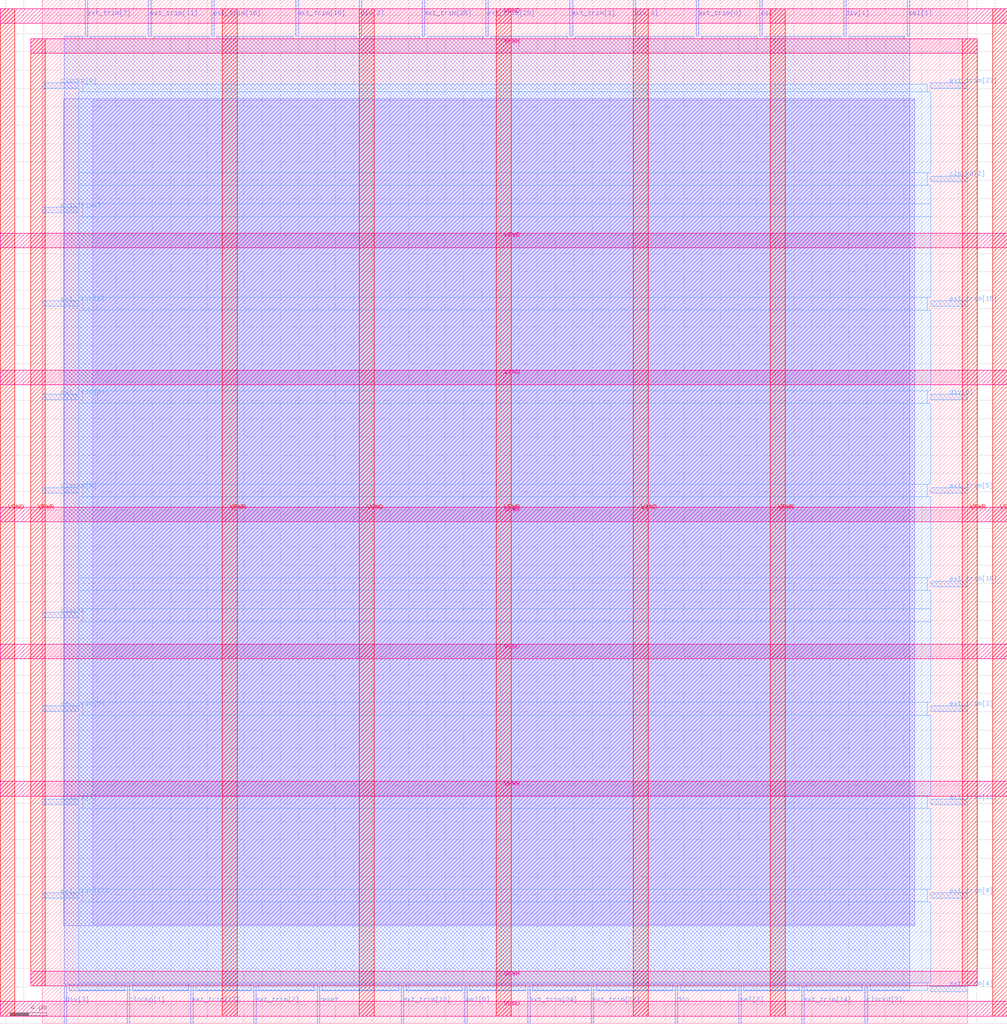
<source format=lef>
VERSION 5.7 ;
  NOWIREEXTENSIONATPIN ON ;
  DIVIDERCHAR "/" ;
  BUSBITCHARS "[]" ;
MACRO digital_pll
  CLASS BLOCK ;
  FOREIGN digital_pll ;
  ORIGIN 0.000 0.000 ;
  SIZE 100.980 BY 111.700 ;
  PIN clockc
    DIRECTION OUTPUT TRISTATE ;
    USE SIGNAL ;
    PORT
      LAYER met3 ;
        RECT 0.000 44.240 4.000 44.840 ;
    END
  END clockc
  PIN clockd[0]
    DIRECTION OUTPUT TRISTATE ;
    USE SIGNAL ;
    PORT
      LAYER met3 ;
        RECT 0.000 57.840 4.000 58.440 ;
    END
  END clockd[0]
  PIN clockd[1]
    DIRECTION OUTPUT TRISTATE ;
    USE SIGNAL ;
    PORT
      LAYER met3 ;
        RECT 0.000 23.840 4.000 24.440 ;
    END
  END clockd[1]
  PIN clockd[2]
    DIRECTION OUTPUT TRISTATE ;
    USE SIGNAL ;
    PORT
      LAYER met3 ;
        RECT 96.980 91.840 100.980 92.440 ;
    END
  END clockd[2]
  PIN clockd[3]
    DIRECTION OUTPUT TRISTATE ;
    USE SIGNAL ;
    PORT
      LAYER met2 ;
        RECT 89.790 0.000 90.070 4.000 ;
    END
  END clockd[3]
  PIN clockp[0]
    DIRECTION OUTPUT TRISTATE ;
    USE SIGNAL ;
    PORT
      LAYER met3 ;
        RECT 0.000 102.040 4.000 102.640 ;
    END
  END clockp[0]
  PIN clockp[1]
    DIRECTION OUTPUT TRISTATE ;
    USE SIGNAL ;
    PORT
      LAYER met2 ;
        RECT 9.290 0.000 9.570 4.000 ;
    END
  END clockp[1]
  PIN dco
    DIRECTION INPUT ;
    USE SIGNAL ;
    PORT
      LAYER met2 ;
        RECT 69.090 0.000 69.370 4.000 ;
    END
  END dco
  PIN div[0]
    DIRECTION INPUT ;
    USE SIGNAL ;
    PORT
      LAYER met3 ;
        RECT 96.980 68.040 100.980 68.640 ;
    END
  END div[0]
  PIN div[1]
    DIRECTION INPUT ;
    USE SIGNAL ;
    PORT
      LAYER met2 ;
        RECT 87.490 107.700 87.770 111.700 ;
    END
  END div[1]
  PIN div[2]
    DIRECTION INPUT ;
    USE SIGNAL ;
    PORT
      LAYER met2 ;
        RECT 34.590 107.700 34.870 111.700 ;
    END
  END div[2]
  PIN div[3]
    DIRECTION INPUT ;
    USE SIGNAL ;
    PORT
      LAYER met2 ;
        RECT 2.390 0.000 2.670 4.000 ;
    END
  END div[3]
  PIN div[4]
    DIRECTION INPUT ;
    USE SIGNAL ;
    PORT
      LAYER met2 ;
        RECT 64.490 107.700 64.770 111.700 ;
    END
  END div[4]
  PIN ext_trim[0]
    DIRECTION INPUT ;
    USE SIGNAL ;
    PORT
      LAYER met2 ;
        RECT 71.390 107.700 71.670 111.700 ;
    END
  END ext_trim[0]
  PIN ext_trim[10]
    DIRECTION INPUT ;
    USE SIGNAL ;
    PORT
      LAYER met2 ;
        RECT 39.190 0.000 39.470 4.000 ;
    END
  END ext_trim[10]
  PIN ext_trim[11]
    DIRECTION INPUT ;
    USE SIGNAL ;
    PORT
      LAYER met2 ;
        RECT 11.590 107.700 11.870 111.700 ;
    END
  END ext_trim[11]
  PIN ext_trim[12]
    DIRECTION INPUT ;
    USE SIGNAL ;
    PORT
      LAYER met3 ;
        RECT 96.980 23.840 100.980 24.440 ;
    END
  END ext_trim[12]
  PIN ext_trim[13]
    DIRECTION INPUT ;
    USE SIGNAL ;
    PORT
      LAYER met2 ;
        RECT 16.190 0.000 16.470 4.000 ;
    END
  END ext_trim[13]
  PIN ext_trim[14]
    DIRECTION INPUT ;
    USE SIGNAL ;
    PORT
      LAYER met2 ;
        RECT 82.890 0.000 83.170 4.000 ;
    END
  END ext_trim[14]
  PIN ext_trim[15]
    DIRECTION INPUT ;
    USE SIGNAL ;
    PORT
      LAYER met3 ;
        RECT 96.980 78.240 100.980 78.840 ;
    END
  END ext_trim[15]
  PIN ext_trim[16]
    DIRECTION INPUT ;
    USE SIGNAL ;
    PORT
      LAYER met2 ;
        RECT 18.490 107.700 18.770 111.700 ;
    END
  END ext_trim[16]
  PIN ext_trim[17]
    DIRECTION INPUT ;
    USE SIGNAL ;
    PORT
      LAYER met3 ;
        RECT 0.000 13.640 4.000 14.240 ;
    END
  END ext_trim[17]
  PIN ext_trim[18]
    DIRECTION INPUT ;
    USE SIGNAL ;
    PORT
      LAYER met2 ;
        RECT 27.690 107.700 27.970 111.700 ;
    END
  END ext_trim[18]
  PIN ext_trim[19]
    DIRECTION INPUT ;
    USE SIGNAL ;
    PORT
      LAYER met3 ;
        RECT 96.980 47.640 100.980 48.240 ;
    END
  END ext_trim[19]
  PIN ext_trim[1]
    DIRECTION INPUT ;
    USE SIGNAL ;
    PORT
      LAYER met2 ;
        RECT 57.590 107.700 57.870 111.700 ;
    END
  END ext_trim[1]
  PIN ext_trim[20]
    DIRECTION INPUT ;
    USE SIGNAL ;
    PORT
      LAYER met2 ;
        RECT 48.390 107.700 48.670 111.700 ;
    END
  END ext_trim[20]
  PIN ext_trim[21]
    DIRECTION INPUT ;
    USE SIGNAL ;
    PORT
      LAYER met3 ;
        RECT 0.000 68.040 4.000 68.640 ;
    END
  END ext_trim[21]
  PIN ext_trim[22]
    DIRECTION INPUT ;
    USE SIGNAL ;
    PORT
      LAYER met2 ;
        RECT 59.890 0.000 60.170 4.000 ;
    END
  END ext_trim[22]
  PIN ext_trim[23]
    DIRECTION INPUT ;
    USE SIGNAL ;
    PORT
      LAYER met3 ;
        RECT 96.980 102.040 100.980 102.640 ;
    END
  END ext_trim[23]
  PIN ext_trim[24]
    DIRECTION INPUT ;
    USE SIGNAL ;
    PORT
      LAYER met2 ;
        RECT 52.990 0.000 53.270 4.000 ;
    END
  END ext_trim[24]
  PIN ext_trim[25]
    DIRECTION INPUT ;
    USE SIGNAL ;
    PORT
      LAYER met2 ;
        RECT 41.490 107.700 41.770 111.700 ;
    END
  END ext_trim[25]
  PIN ext_trim[2]
    DIRECTION INPUT ;
    USE SIGNAL ;
    PORT
      LAYER met2 ;
        RECT 23.090 0.000 23.370 4.000 ;
    END
  END ext_trim[2]
  PIN ext_trim[3]
    DIRECTION INPUT ;
    USE SIGNAL ;
    PORT
      LAYER met3 ;
        RECT 96.980 34.040 100.980 34.640 ;
    END
  END ext_trim[3]
  PIN ext_trim[4]
    DIRECTION INPUT ;
    USE SIGNAL ;
    PORT
      LAYER met3 ;
        RECT 96.980 3.440 100.980 4.040 ;
    END
  END ext_trim[4]
  PIN ext_trim[5]
    DIRECTION INPUT ;
    USE SIGNAL ;
    PORT
      LAYER met3 ;
        RECT 96.980 57.840 100.980 58.440 ;
    END
  END ext_trim[5]
  PIN ext_trim[6]
    DIRECTION INPUT ;
    USE SIGNAL ;
    PORT
      LAYER met3 ;
        RECT 0.000 78.240 4.000 78.840 ;
    END
  END ext_trim[6]
  PIN ext_trim[7]
    DIRECTION INPUT ;
    USE SIGNAL ;
    PORT
      LAYER met2 ;
        RECT 4.690 107.700 4.970 111.700 ;
    END
  END ext_trim[7]
  PIN ext_trim[8]
    DIRECTION INPUT ;
    USE SIGNAL ;
    PORT
      LAYER met3 ;
        RECT 0.000 34.040 4.000 34.640 ;
    END
  END ext_trim[8]
  PIN ext_trim[9]
    DIRECTION INPUT ;
    USE SIGNAL ;
    PORT
      LAYER met3 ;
        RECT 96.980 13.640 100.980 14.240 ;
    END
  END ext_trim[9]
  PIN extclk_sel
    DIRECTION INPUT ;
    USE SIGNAL ;
    PORT
      LAYER met3 ;
        RECT 0.000 88.440 4.000 89.040 ;
    END
  END extclk_sel
  PIN osc
    DIRECTION INPUT ;
    USE SIGNAL ;
    PORT
      LAYER met2 ;
        RECT 78.290 107.700 78.570 111.700 ;
    END
  END osc
  PIN reset
    DIRECTION INPUT ;
    USE SIGNAL ;
    PORT
      LAYER met2 ;
        RECT 29.990 0.000 30.270 4.000 ;
    END
  END reset
  PIN sel[0]
    DIRECTION INPUT ;
    USE SIGNAL ;
    PORT
      LAYER met2 ;
        RECT 46.090 0.000 46.370 4.000 ;
    END
  END sel[0]
  PIN sel[1]
    DIRECTION INPUT ;
    USE SIGNAL ;
    PORT
      LAYER met2 ;
        RECT 94.390 107.700 94.670 111.700 ;
    END
  END sel[1]
  PIN sel[2]
    DIRECTION INPUT ;
    USE SIGNAL ;
    PORT
      LAYER met2 ;
        RECT 75.990 0.000 76.270 4.000 ;
    END
  END sel[2]
  PIN VPWR
    DIRECTION INOUT ;
    USE POWER ;
    PORT
      LAYER met4 ;
        RECT 79.470 0.780 81.070 110.740 ;
    END
  END VPWR
  PIN VPWR
    DIRECTION INOUT ;
    USE POWER ;
    PORT
      LAYER met4 ;
        RECT 49.570 0.780 51.170 110.740 ;
    END
  END VPWR
  PIN VPWR
    DIRECTION INOUT ;
    USE POWER ;
    PORT
      LAYER met4 ;
        RECT 19.670 0.780 21.270 110.740 ;
    END
  END VPWR
  PIN VPWR
    DIRECTION INOUT ;
    USE POWER ;
    PORT
      LAYER met4 ;
        RECT 100.420 4.080 102.020 107.440 ;
    END
  END VPWR
  PIN VPWR
    DIRECTION INOUT ;
    USE POWER ;
    PORT
      LAYER met4 ;
        RECT -1.280 4.080 0.320 107.440 ;
    END
  END VPWR
  PIN VPWR
    DIRECTION INOUT ;
    USE POWER ;
    PORT
      LAYER met5 ;
        RECT -1.280 105.840 102.020 107.440 ;
    END
  END VPWR
  PIN VPWR
    DIRECTION INOUT ;
    USE POWER ;
    PORT
      LAYER met5 ;
        RECT -4.580 84.640 105.320 86.240 ;
    END
  END VPWR
  PIN VPWR
    DIRECTION INOUT ;
    USE POWER ;
    PORT
      LAYER met5 ;
        RECT -4.580 54.720 105.320 56.320 ;
    END
  END VPWR
  PIN VPWR
    DIRECTION INOUT ;
    USE POWER ;
    PORT
      LAYER met5 ;
        RECT -4.580 24.800 105.320 26.400 ;
    END
  END VPWR
  PIN VPWR
    DIRECTION INOUT ;
    USE POWER ;
    PORT
      LAYER met5 ;
        RECT -1.280 4.080 102.020 5.680 ;
    END
  END VPWR
  PIN VGND
    DIRECTION INOUT ;
    USE GROUND ;
    PORT
      LAYER met4 ;
        RECT 103.720 0.780 105.320 110.740 ;
    END
  END VGND
  PIN VGND
    DIRECTION INOUT ;
    USE GROUND ;
    PORT
      LAYER met4 ;
        RECT 64.520 0.780 66.120 110.740 ;
    END
  END VGND
  PIN VGND
    DIRECTION INOUT ;
    USE GROUND ;
    PORT
      LAYER met4 ;
        RECT 34.620 0.780 36.220 110.740 ;
    END
  END VGND
  PIN VGND
    DIRECTION INOUT ;
    USE GROUND ;
    PORT
      LAYER met4 ;
        RECT -4.580 0.780 -2.980 110.740 ;
    END
  END VGND
  PIN VGND
    DIRECTION INOUT ;
    USE GROUND ;
    PORT
      LAYER met5 ;
        RECT -4.580 109.140 105.320 110.740 ;
    END
  END VGND
  PIN VGND
    DIRECTION INOUT ;
    USE GROUND ;
    PORT
      LAYER met5 ;
        RECT -4.580 69.680 105.320 71.280 ;
    END
  END VGND
  PIN VGND
    DIRECTION INOUT ;
    USE GROUND ;
    PORT
      LAYER met5 ;
        RECT -4.580 39.760 105.320 41.360 ;
    END
  END VGND
  PIN VGND
    DIRECTION INOUT ;
    USE GROUND ;
    PORT
      LAYER met5 ;
        RECT -4.580 0.780 105.320 2.380 ;
    END
  END VGND
  OBS
      LAYER li1 ;
        RECT 5.520 10.795 95.220 100.725 ;
      LAYER met1 ;
        RECT 2.370 10.640 95.220 100.880 ;
      LAYER met2 ;
        RECT 2.400 107.420 4.410 107.700 ;
        RECT 5.250 107.420 11.310 107.700 ;
        RECT 12.150 107.420 18.210 107.700 ;
        RECT 19.050 107.420 27.410 107.700 ;
        RECT 28.250 107.420 34.310 107.700 ;
        RECT 35.150 107.420 41.210 107.700 ;
        RECT 42.050 107.420 48.110 107.700 ;
        RECT 48.950 107.420 57.310 107.700 ;
        RECT 58.150 107.420 64.210 107.700 ;
        RECT 65.050 107.420 71.110 107.700 ;
        RECT 71.950 107.420 78.010 107.700 ;
        RECT 78.850 107.420 87.210 107.700 ;
        RECT 88.050 107.420 94.110 107.700 ;
        RECT 2.400 4.280 94.660 107.420 ;
        RECT 2.950 3.555 9.010 4.280 ;
        RECT 9.850 3.555 15.910 4.280 ;
        RECT 16.750 3.555 22.810 4.280 ;
        RECT 23.650 3.555 29.710 4.280 ;
        RECT 30.550 3.555 38.910 4.280 ;
        RECT 39.750 3.555 45.810 4.280 ;
        RECT 46.650 3.555 52.710 4.280 ;
        RECT 53.550 3.555 59.610 4.280 ;
        RECT 60.450 3.555 68.810 4.280 ;
        RECT 69.650 3.555 75.710 4.280 ;
        RECT 76.550 3.555 82.610 4.280 ;
        RECT 83.450 3.555 89.510 4.280 ;
        RECT 90.350 3.555 94.660 4.280 ;
      LAYER met3 ;
        RECT 4.400 101.640 96.580 102.505 ;
        RECT 4.000 92.840 96.980 101.640 ;
        RECT 4.000 91.440 96.580 92.840 ;
        RECT 4.000 89.440 96.980 91.440 ;
        RECT 4.400 88.040 96.980 89.440 ;
        RECT 4.000 79.240 96.980 88.040 ;
        RECT 4.400 77.840 96.580 79.240 ;
        RECT 4.000 69.040 96.980 77.840 ;
        RECT 4.400 67.640 96.580 69.040 ;
        RECT 4.000 58.840 96.980 67.640 ;
        RECT 4.400 57.440 96.580 58.840 ;
        RECT 4.000 48.640 96.980 57.440 ;
        RECT 4.000 47.240 96.580 48.640 ;
        RECT 4.000 45.240 96.980 47.240 ;
        RECT 4.400 43.840 96.980 45.240 ;
        RECT 4.000 35.040 96.980 43.840 ;
        RECT 4.400 33.640 96.580 35.040 ;
        RECT 4.000 24.840 96.980 33.640 ;
        RECT 4.400 23.440 96.580 24.840 ;
        RECT 4.000 14.640 96.980 23.440 ;
        RECT 4.400 13.240 96.580 14.640 ;
        RECT 4.000 4.440 96.980 13.240 ;
        RECT 4.000 3.575 96.580 4.440 ;
  END
END digital_pll
END LIBRARY


</source>
